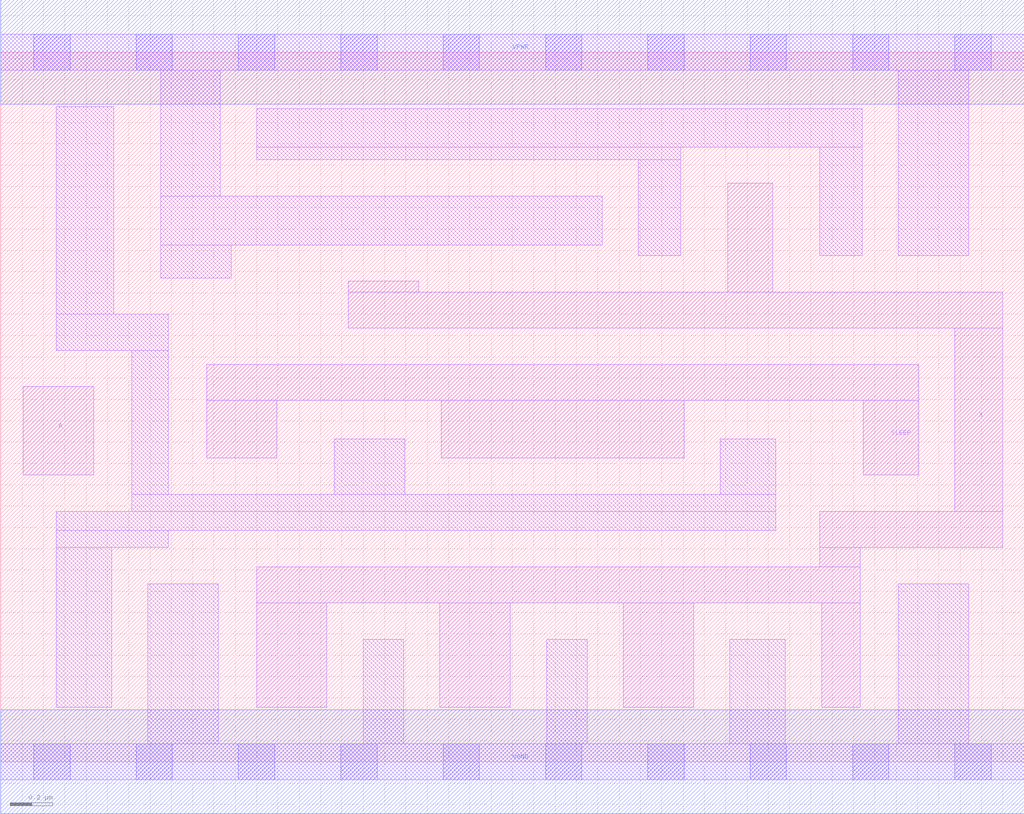
<source format=lef>
# Copyright 2020 The SkyWater PDK Authors
#
# Licensed under the Apache License, Version 2.0 (the "License");
# you may not use this file except in compliance with the License.
# You may obtain a copy of the License at
#
#     https://www.apache.org/licenses/LICENSE-2.0
#
# Unless required by applicable law or agreed to in writing, software
# distributed under the License is distributed on an "AS IS" BASIS,
# WITHOUT WARRANTIES OR CONDITIONS OF ANY KIND, either express or implied.
# See the License for the specific language governing permissions and
# limitations under the License.
#
# SPDX-License-Identifier: Apache-2.0

VERSION 5.7 ;
  NOWIREEXTENSIONATPIN ON ;
  DIVIDERCHAR "/" ;
  BUSBITCHARS "[]" ;
UNITS
  DATABASE MICRONS 200 ;
END UNITS
MACRO sky130_fd_sc_lp__isobufsrc_4
  CLASS CORE ;
  FOREIGN sky130_fd_sc_lp__isobufsrc_4 ;
  ORIGIN  0.000000  0.000000 ;
  SIZE  4.800000 BY  3.330000 ;
  SYMMETRY X Y ;
  SITE unit ;
  PIN A
    ANTENNAGATEAREA  0.315000 ;
    DIRECTION INPUT ;
    USE SIGNAL ;
    PORT
      LAYER li1 ;
        RECT 0.105000 1.345000 0.435000 1.760000 ;
    END
  END A
  PIN SLEEP
    ANTENNAGATEAREA  1.260000 ;
    DIRECTION INPUT ;
    USE SIGNAL ;
    PORT
      LAYER li1 ;
        RECT 0.965000 1.425000 1.295000 1.695000 ;
        RECT 0.965000 1.695000 4.305000 1.865000 ;
        RECT 2.065000 1.425000 3.205000 1.695000 ;
        RECT 4.045000 1.345000 4.305000 1.695000 ;
    END
  END SLEEP
  PIN X
    ANTENNADIFFAREA  1.646400 ;
    DIRECTION OUTPUT ;
    USE SIGNAL ;
    PORT
      LAYER li1 ;
        RECT 1.200000 0.255000 1.530000 0.745000 ;
        RECT 1.200000 0.745000 4.030000 0.915000 ;
        RECT 1.630000 2.035000 4.700000 2.205000 ;
        RECT 1.630000 2.205000 1.960000 2.255000 ;
        RECT 2.060000 0.255000 2.390000 0.745000 ;
        RECT 2.920000 0.255000 3.250000 0.745000 ;
        RECT 3.410000 2.205000 3.620000 2.715000 ;
        RECT 3.840000 0.915000 4.030000 1.005000 ;
        RECT 3.840000 1.005000 4.700000 1.175000 ;
        RECT 3.850000 0.255000 4.030000 0.745000 ;
        RECT 4.475000 1.175000 4.700000 2.035000 ;
    END
  END X
  PIN VGND
    DIRECTION INOUT ;
    USE GROUND ;
    PORT
      LAYER met1 ;
        RECT 0.000000 -0.245000 4.800000 0.245000 ;
    END
  END VGND
  PIN VPWR
    DIRECTION INOUT ;
    USE POWER ;
    PORT
      LAYER met1 ;
        RECT 0.000000 3.085000 4.800000 3.575000 ;
    END
  END VPWR
  OBS
    LAYER li1 ;
      RECT 0.000000 -0.085000 4.800000 0.085000 ;
      RECT 0.000000  3.245000 4.800000 3.415000 ;
      RECT 0.260000  0.255000 0.520000 1.005000 ;
      RECT 0.260000  1.005000 0.785000 1.085000 ;
      RECT 0.260000  1.085000 3.635000 1.175000 ;
      RECT 0.260000  1.930000 0.785000 2.100000 ;
      RECT 0.260000  2.100000 0.530000 3.075000 ;
      RECT 0.615000  1.175000 3.635000 1.255000 ;
      RECT 0.615000  1.255000 0.785000 1.930000 ;
      RECT 0.690000  0.085000 1.020000 0.835000 ;
      RECT 0.750000  2.270000 1.080000 2.425000 ;
      RECT 0.750000  2.425000 2.820000 2.655000 ;
      RECT 0.750000  2.655000 1.030000 3.245000 ;
      RECT 1.200000  2.825000 3.190000 2.885000 ;
      RECT 1.200000  2.885000 4.040000 3.065000 ;
      RECT 1.565000  1.255000 1.895000 1.515000 ;
      RECT 1.700000  0.085000 1.890000 0.575000 ;
      RECT 2.560000  0.085000 2.750000 0.575000 ;
      RECT 2.990000  2.375000 3.190000 2.825000 ;
      RECT 3.375000  1.255000 3.635000 1.515000 ;
      RECT 3.420000  0.085000 3.680000 0.575000 ;
      RECT 3.840000  2.375000 4.040000 2.885000 ;
      RECT 4.210000  0.085000 4.540000 0.835000 ;
      RECT 4.210000  2.375000 4.540000 3.245000 ;
    LAYER mcon ;
      RECT 0.155000 -0.085000 0.325000 0.085000 ;
      RECT 0.155000  3.245000 0.325000 3.415000 ;
      RECT 0.635000 -0.085000 0.805000 0.085000 ;
      RECT 0.635000  3.245000 0.805000 3.415000 ;
      RECT 1.115000 -0.085000 1.285000 0.085000 ;
      RECT 1.115000  3.245000 1.285000 3.415000 ;
      RECT 1.595000 -0.085000 1.765000 0.085000 ;
      RECT 1.595000  3.245000 1.765000 3.415000 ;
      RECT 2.075000 -0.085000 2.245000 0.085000 ;
      RECT 2.075000  3.245000 2.245000 3.415000 ;
      RECT 2.555000 -0.085000 2.725000 0.085000 ;
      RECT 2.555000  3.245000 2.725000 3.415000 ;
      RECT 3.035000 -0.085000 3.205000 0.085000 ;
      RECT 3.035000  3.245000 3.205000 3.415000 ;
      RECT 3.515000 -0.085000 3.685000 0.085000 ;
      RECT 3.515000  3.245000 3.685000 3.415000 ;
      RECT 3.995000 -0.085000 4.165000 0.085000 ;
      RECT 3.995000  3.245000 4.165000 3.415000 ;
      RECT 4.475000 -0.085000 4.645000 0.085000 ;
      RECT 4.475000  3.245000 4.645000 3.415000 ;
  END
END sky130_fd_sc_lp__isobufsrc_4
END LIBRARY

</source>
